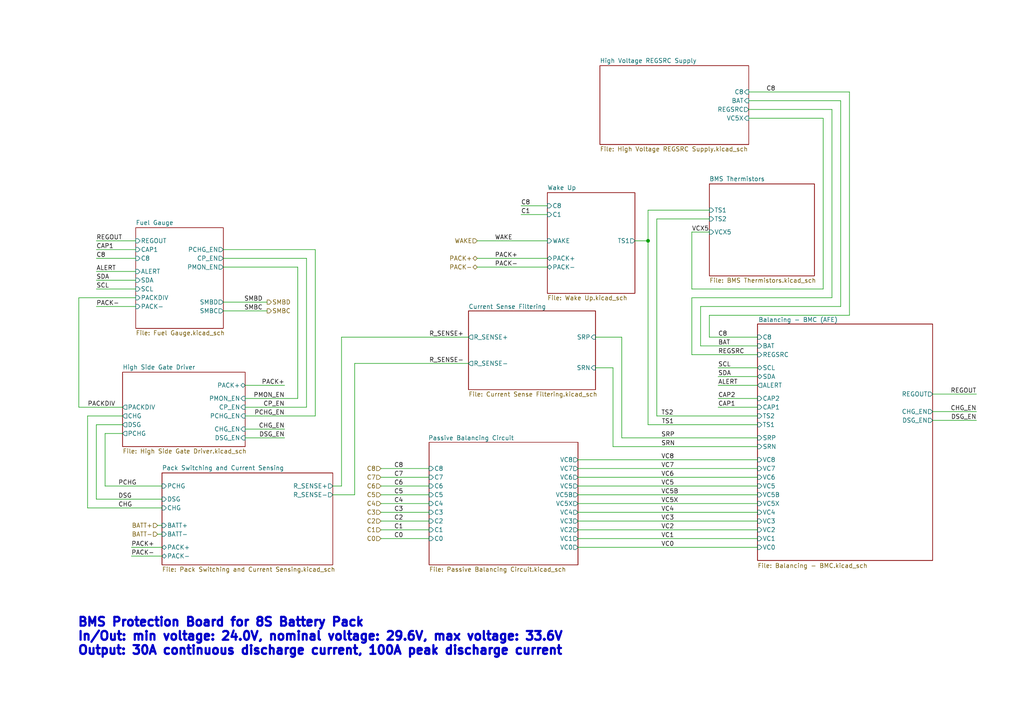
<source format=kicad_sch>
(kicad_sch
	(version 20250114)
	(generator "eeschema")
	(generator_version "9.0")
	(uuid "2d0cda63-d5d8-4122-9db3-446b1a236e57")
	(paper "A4")
	(lib_symbols)
	(text "BMS Protection Board for 8S Battery Pack\nIn/Out: min voltage: 24.0 V, nominal voltage: 29.6 V, max voltage: 33.6 V\nOutput: 30A continuous discharge current, 100A peak discharge current"
		(exclude_from_sim no)
		(at 22.352 184.658 0)
		(effects
			(font
				(size 2.54 2.54)
				(thickness 1.524)
				(bold yes)
			)
			(justify left)
		)
		(uuid "bf64b4f0-b1aa-4053-be0b-41c607f9c2f4")
	)
	(junction
		(at 187.96 69.85)
		(diameter 0)
		(color 0 0 0 0)
		(uuid "6c7bcb31-628a-46bc-acaa-cc1e0ad47954")
	)
	(wire
		(pts
			(xy 217.17 26.67) (xy 246.38 26.67)
		)
		(stroke
			(width 0)
			(type default)
		)
		(uuid "00c06e7b-b94d-4c71-8ec2-c133df41bb3b")
	)
	(wire
		(pts
			(xy 27.94 81.28) (xy 39.37 81.28)
		)
		(stroke
			(width 0)
			(type default)
		)
		(uuid "01d1ff31-393b-4db6-bd9c-074b3c13b51f")
	)
	(wire
		(pts
			(xy 167.64 158.75) (xy 219.71 158.75)
		)
		(stroke
			(width 0)
			(type default)
		)
		(uuid "06ffa393-332d-46ff-9d9e-46591b0ec5e7")
	)
	(wire
		(pts
			(xy 180.34 127) (xy 219.71 127)
		)
		(stroke
			(width 0)
			(type default)
		)
		(uuid "09e09de7-9722-4df7-825d-3892f494dae7")
	)
	(wire
		(pts
			(xy 241.3 31.75) (xy 241.3 86.36)
		)
		(stroke
			(width 0)
			(type default)
		)
		(uuid "0a44ce39-805d-4620-9e90-9fd9fda2e84c")
	)
	(wire
		(pts
			(xy 82.55 111.76) (xy 71.12 111.76)
		)
		(stroke
			(width 0)
			(type default)
		)
		(uuid "0af122af-9fdd-4363-8075-949aa6884773")
	)
	(wire
		(pts
			(xy 38.1 158.75) (xy 46.99 158.75)
		)
		(stroke
			(width 0)
			(type default)
		)
		(uuid "11bbc2d5-70d2-48a0-90ac-dc73b6c6d7a4")
	)
	(wire
		(pts
			(xy 208.28 111.76) (xy 219.71 111.76)
		)
		(stroke
			(width 0)
			(type default)
		)
		(uuid "13e5c07f-4243-49e7-bdfa-7e16313c8660")
	)
	(wire
		(pts
			(xy 200.66 102.87) (xy 219.71 102.87)
		)
		(stroke
			(width 0)
			(type default)
		)
		(uuid "15382788-31d8-435d-af07-c9d6e531476e")
	)
	(wire
		(pts
			(xy 71.12 120.65) (xy 91.44 120.65)
		)
		(stroke
			(width 0)
			(type default)
		)
		(uuid "17a9435c-bcb9-4f2a-89c3-9f845bdf9fd2")
	)
	(wire
		(pts
			(xy 110.49 135.89) (xy 124.46 135.89)
		)
		(stroke
			(width 0)
			(type default)
		)
		(uuid "17f43c8a-dcf2-4009-98ae-29bcfd1e9537")
	)
	(wire
		(pts
			(xy 110.49 138.43) (xy 124.46 138.43)
		)
		(stroke
			(width 0)
			(type default)
		)
		(uuid "18a1ed0b-e0da-4bfd-bc82-c4cffad5466d")
	)
	(wire
		(pts
			(xy 190.5 120.65) (xy 219.71 120.65)
		)
		(stroke
			(width 0)
			(type default)
		)
		(uuid "213ddb9b-582b-44bb-b8e0-3276fabdeb5d")
	)
	(wire
		(pts
			(xy 187.96 69.85) (xy 187.96 123.19)
		)
		(stroke
			(width 0)
			(type default)
		)
		(uuid "21558633-6f9a-4545-a273-8d74264088d2")
	)
	(wire
		(pts
			(xy 205.74 91.44) (xy 205.74 97.79)
		)
		(stroke
			(width 0)
			(type default)
		)
		(uuid "23d33f93-fab4-4bf1-9fd6-c905be6671de")
	)
	(wire
		(pts
			(xy 217.17 34.29) (xy 238.76 34.29)
		)
		(stroke
			(width 0)
			(type default)
		)
		(uuid "25dca407-dc27-48cb-8291-e7b21c56c061")
	)
	(wire
		(pts
			(xy 167.64 138.43) (xy 219.71 138.43)
		)
		(stroke
			(width 0)
			(type default)
		)
		(uuid "2a535e72-d573-429d-ab83-9ee60cce82c1")
	)
	(wire
		(pts
			(xy 82.55 124.46) (xy 71.12 124.46)
		)
		(stroke
			(width 0)
			(type default)
		)
		(uuid "2ab6c6c8-48d5-482d-aa4b-84ddb5d326b0")
	)
	(wire
		(pts
			(xy 110.49 143.51) (xy 124.46 143.51)
		)
		(stroke
			(width 0)
			(type default)
		)
		(uuid "2c54612e-58c1-4697-b5a6-7150c6e444aa")
	)
	(wire
		(pts
			(xy 86.36 115.57) (xy 86.36 77.47)
		)
		(stroke
			(width 0)
			(type default)
		)
		(uuid "2faca488-85c1-4bdb-b059-2259cb207434")
	)
	(wire
		(pts
			(xy 138.43 69.85) (xy 158.75 69.85)
		)
		(stroke
			(width 0)
			(type default)
		)
		(uuid "2fcd09f3-757a-4a82-9e54-11a002fd9c64")
	)
	(wire
		(pts
			(xy 208.28 106.68) (xy 219.71 106.68)
		)
		(stroke
			(width 0)
			(type default)
		)
		(uuid "303830df-4141-4fb9-8978-543c24dbd5fb")
	)
	(wire
		(pts
			(xy 200.66 83.82) (xy 238.76 83.82)
		)
		(stroke
			(width 0)
			(type default)
		)
		(uuid "308bc9c5-219d-44a4-8fc7-e0d3f873cf65")
	)
	(wire
		(pts
			(xy 200.66 86.36) (xy 200.66 102.87)
		)
		(stroke
			(width 0)
			(type default)
		)
		(uuid "332d4b86-b795-463b-b1ec-fb7dcff6c9b3")
	)
	(wire
		(pts
			(xy 110.49 151.13) (xy 124.46 151.13)
		)
		(stroke
			(width 0)
			(type default)
		)
		(uuid "3371edfb-a881-4068-a9f6-05f350dcbad9")
	)
	(wire
		(pts
			(xy 138.43 77.47) (xy 158.75 77.47)
		)
		(stroke
			(width 0)
			(type default)
		)
		(uuid "341c7733-44ce-44ef-aa9e-9d3c1a921fa8")
	)
	(wire
		(pts
			(xy 25.4 120.65) (xy 35.56 120.65)
		)
		(stroke
			(width 0)
			(type default)
		)
		(uuid "353bc9ed-1401-4720-9c73-1bfca8face13")
	)
	(wire
		(pts
			(xy 38.1 161.29) (xy 46.99 161.29)
		)
		(stroke
			(width 0)
			(type default)
		)
		(uuid "38005a69-c1e6-4e49-96ec-e0280fc37951")
	)
	(wire
		(pts
			(xy 217.17 31.75) (xy 241.3 31.75)
		)
		(stroke
			(width 0)
			(type default)
		)
		(uuid "3b546e25-9168-4a11-9e98-74f95ad0e5d4")
	)
	(wire
		(pts
			(xy 102.87 105.41) (xy 135.89 105.41)
		)
		(stroke
			(width 0)
			(type default)
		)
		(uuid "3ee98ca0-0fed-45d7-bf66-85c248175be8")
	)
	(wire
		(pts
			(xy 217.17 29.21) (xy 243.84 29.21)
		)
		(stroke
			(width 0)
			(type default)
		)
		(uuid "41388fcc-28a8-4117-b11d-effb65beb97d")
	)
	(wire
		(pts
			(xy 187.96 123.19) (xy 219.71 123.19)
		)
		(stroke
			(width 0)
			(type default)
		)
		(uuid "41da6f83-ef9b-4e25-abd9-7f415ab820f6")
	)
	(wire
		(pts
			(xy 110.49 153.67) (xy 124.46 153.67)
		)
		(stroke
			(width 0)
			(type default)
		)
		(uuid "427b76f9-5870-4217-93b4-25a79204c428")
	)
	(wire
		(pts
			(xy 208.28 115.57) (xy 219.71 115.57)
		)
		(stroke
			(width 0)
			(type default)
		)
		(uuid "4ede153d-c870-4317-bcd2-68087a924d2c")
	)
	(wire
		(pts
			(xy 91.44 120.65) (xy 91.44 72.39)
		)
		(stroke
			(width 0)
			(type default)
		)
		(uuid "520caa0b-2633-44b6-995f-f62d3732cbe3")
	)
	(wire
		(pts
			(xy 205.74 97.79) (xy 219.71 97.79)
		)
		(stroke
			(width 0)
			(type default)
		)
		(uuid "59f1fecd-3da7-4465-b24e-a750b71fb4c7")
	)
	(wire
		(pts
			(xy 167.64 135.89) (xy 219.71 135.89)
		)
		(stroke
			(width 0)
			(type default)
		)
		(uuid "5afc1fb4-60dc-467f-9c46-fcd0f3c34e7a")
	)
	(wire
		(pts
			(xy 96.52 143.51) (xy 102.87 143.51)
		)
		(stroke
			(width 0)
			(type default)
		)
		(uuid "5b67446e-b079-45f7-a409-efde25b6dbc9")
	)
	(wire
		(pts
			(xy 25.4 147.32) (xy 46.99 147.32)
		)
		(stroke
			(width 0)
			(type default)
		)
		(uuid "5cb109b3-0208-4a26-a066-dfee57170683")
	)
	(wire
		(pts
			(xy 151.13 62.23) (xy 158.75 62.23)
		)
		(stroke
			(width 0)
			(type default)
		)
		(uuid "602bcaa3-36fe-4bac-a3a5-d3ae1f49b3af")
	)
	(wire
		(pts
			(xy 27.94 83.82) (xy 39.37 83.82)
		)
		(stroke
			(width 0)
			(type default)
		)
		(uuid "622325ec-dfcc-436d-b60e-03c7c2b80f9c")
	)
	(wire
		(pts
			(xy 110.49 140.97) (xy 124.46 140.97)
		)
		(stroke
			(width 0)
			(type default)
		)
		(uuid "639a855f-935e-4e3c-90c7-6e0ac55d16fa")
	)
	(wire
		(pts
			(xy 200.66 67.31) (xy 205.74 67.31)
		)
		(stroke
			(width 0)
			(type default)
		)
		(uuid "63bd07e0-1633-4f79-b6b9-84d519c9330b")
	)
	(wire
		(pts
			(xy 187.96 60.96) (xy 205.74 60.96)
		)
		(stroke
			(width 0)
			(type default)
		)
		(uuid "63fb5368-0476-429c-afaa-5cdf62f9ec55")
	)
	(wire
		(pts
			(xy 138.43 74.93) (xy 158.75 74.93)
		)
		(stroke
			(width 0)
			(type default)
		)
		(uuid "666d4b1a-ee6a-4ad7-a38e-c31aee056979")
	)
	(wire
		(pts
			(xy 238.76 34.29) (xy 238.76 83.82)
		)
		(stroke
			(width 0)
			(type default)
		)
		(uuid "680f9712-19a7-48ed-b54a-0ab45b7408fc")
	)
	(wire
		(pts
			(xy 208.28 109.22) (xy 219.71 109.22)
		)
		(stroke
			(width 0)
			(type default)
		)
		(uuid "69ec405d-3949-4e4f-922b-6be1b422653c")
	)
	(wire
		(pts
			(xy 200.66 86.36) (xy 241.3 86.36)
		)
		(stroke
			(width 0)
			(type default)
		)
		(uuid "6bbf1853-6926-4cbf-89ad-476bd3c254f0")
	)
	(wire
		(pts
			(xy 167.64 133.35) (xy 219.71 133.35)
		)
		(stroke
			(width 0)
			(type default)
		)
		(uuid "6d243304-0cab-4b7f-838e-4ab09b3fcb3e")
	)
	(wire
		(pts
			(xy 64.77 90.17) (xy 77.47 90.17)
		)
		(stroke
			(width 0)
			(type default)
		)
		(uuid "6d6f590a-3f91-4fa6-80a1-45eb2512de38")
	)
	(wire
		(pts
			(xy 25.4 120.65) (xy 25.4 147.32)
		)
		(stroke
			(width 0)
			(type default)
		)
		(uuid "71cb8306-c17d-4f94-b0b0-0086825afbfb")
	)
	(wire
		(pts
			(xy 27.94 144.78) (xy 46.99 144.78)
		)
		(stroke
			(width 0)
			(type default)
		)
		(uuid "72b0914e-3b8f-48a0-8734-fc7184b699ea")
	)
	(wire
		(pts
			(xy 45.72 152.4) (xy 46.99 152.4)
		)
		(stroke
			(width 0)
			(type default)
		)
		(uuid "7423a05a-4394-4a1c-8efb-ef31d8b65f43")
	)
	(wire
		(pts
			(xy 187.96 60.96) (xy 187.96 69.85)
		)
		(stroke
			(width 0)
			(type default)
		)
		(uuid "77479926-dfef-44d8-9086-e7f993248b0f")
	)
	(wire
		(pts
			(xy 64.77 77.47) (xy 86.36 77.47)
		)
		(stroke
			(width 0)
			(type default)
		)
		(uuid "7be200db-68b8-48a0-ade1-0f2feac4f41e")
	)
	(wire
		(pts
			(xy 30.48 125.73) (xy 30.48 140.97)
		)
		(stroke
			(width 0)
			(type default)
		)
		(uuid "7d24f807-920d-40e9-9e79-e37b8ad88f58")
	)
	(wire
		(pts
			(xy 30.48 125.73) (xy 35.56 125.73)
		)
		(stroke
			(width 0)
			(type default)
		)
		(uuid "80bbd5d1-5d4d-44f1-8128-29a05bdd1af0")
	)
	(wire
		(pts
			(xy 270.51 114.3) (xy 283.21 114.3)
		)
		(stroke
			(width 0)
			(type default)
		)
		(uuid "88694a1f-638b-4ebe-be65-e13d6d0284b1")
	)
	(wire
		(pts
			(xy 71.12 118.11) (xy 88.9 118.11)
		)
		(stroke
			(width 0)
			(type default)
		)
		(uuid "8c9ce8b6-410d-4346-91b0-7a75d449a693")
	)
	(wire
		(pts
			(xy 270.51 119.38) (xy 283.21 119.38)
		)
		(stroke
			(width 0)
			(type default)
		)
		(uuid "8e6743f2-5035-4601-817d-c99d36961a08")
	)
	(wire
		(pts
			(xy 177.8 129.54) (xy 219.71 129.54)
		)
		(stroke
			(width 0)
			(type default)
		)
		(uuid "8f6e13a5-9185-422c-9f7c-12e8f8dbe2e9")
	)
	(wire
		(pts
			(xy 27.94 78.74) (xy 39.37 78.74)
		)
		(stroke
			(width 0)
			(type default)
		)
		(uuid "9105a0a8-27be-481e-a191-d0fb42a9362f")
	)
	(wire
		(pts
			(xy 203.2 88.9) (xy 243.84 88.9)
		)
		(stroke
			(width 0)
			(type default)
		)
		(uuid "965da139-07e0-4ff9-9449-88fa95841e5a")
	)
	(wire
		(pts
			(xy 110.49 146.05) (xy 124.46 146.05)
		)
		(stroke
			(width 0)
			(type default)
		)
		(uuid "968f28fd-ba4b-49db-a4d2-9a19d2558335")
	)
	(wire
		(pts
			(xy 151.13 59.69) (xy 158.75 59.69)
		)
		(stroke
			(width 0)
			(type default)
		)
		(uuid "97d38a6d-5470-4b6b-96c0-460acee2495e")
	)
	(wire
		(pts
			(xy 27.94 123.19) (xy 35.56 123.19)
		)
		(stroke
			(width 0)
			(type default)
		)
		(uuid "9802f220-5345-4b88-8c0b-3b7b07f1ac8a")
	)
	(wire
		(pts
			(xy 190.5 63.5) (xy 205.74 63.5)
		)
		(stroke
			(width 0)
			(type default)
		)
		(uuid "99c77b1f-90e2-40f1-99d5-0373741c608a")
	)
	(wire
		(pts
			(xy 22.86 118.11) (xy 22.86 86.36)
		)
		(stroke
			(width 0)
			(type default)
		)
		(uuid "9b1bd386-cc55-4cb4-81b6-9c23d60718bc")
	)
	(wire
		(pts
			(xy 99.06 97.79) (xy 135.89 97.79)
		)
		(stroke
			(width 0)
			(type default)
		)
		(uuid "9b5842c1-7cd7-48f5-ba1f-0eb06d31eafe")
	)
	(wire
		(pts
			(xy 208.28 118.11) (xy 219.71 118.11)
		)
		(stroke
			(width 0)
			(type default)
		)
		(uuid "9fe528a1-6ea7-42ce-be9a-744823b1361b")
	)
	(wire
		(pts
			(xy 243.84 29.21) (xy 243.84 88.9)
		)
		(stroke
			(width 0)
			(type default)
		)
		(uuid "a036a408-f39f-4a0c-bdf6-cddd76c2c635")
	)
	(wire
		(pts
			(xy 22.86 86.36) (xy 39.37 86.36)
		)
		(stroke
			(width 0)
			(type default)
		)
		(uuid "a31492e3-a362-4c4d-977f-6e79a4672fe1")
	)
	(wire
		(pts
			(xy 82.55 127) (xy 71.12 127)
		)
		(stroke
			(width 0)
			(type default)
		)
		(uuid "a8444209-2aa7-4137-a050-ef6b7c7bc438")
	)
	(wire
		(pts
			(xy 246.38 26.67) (xy 246.38 91.44)
		)
		(stroke
			(width 0)
			(type default)
		)
		(uuid "aa044839-559d-4747-8236-1b18cdffaeac")
	)
	(wire
		(pts
			(xy 64.77 72.39) (xy 91.44 72.39)
		)
		(stroke
			(width 0)
			(type default)
		)
		(uuid "ad9a3474-37a7-435c-8294-bce0d68f2293")
	)
	(wire
		(pts
			(xy 45.72 154.94) (xy 46.99 154.94)
		)
		(stroke
			(width 0)
			(type default)
		)
		(uuid "b27c8901-15b8-4116-bcab-8bf5a8a7dcd9")
	)
	(wire
		(pts
			(xy 27.94 72.39) (xy 39.37 72.39)
		)
		(stroke
			(width 0)
			(type default)
		)
		(uuid "b2e43d15-8950-420e-88be-14fa7f81e656")
	)
	(wire
		(pts
			(xy 102.87 105.41) (xy 102.87 143.51)
		)
		(stroke
			(width 0)
			(type default)
		)
		(uuid "b91e95a1-66ca-40fb-a834-547514796f7b")
	)
	(wire
		(pts
			(xy 167.64 156.21) (xy 219.71 156.21)
		)
		(stroke
			(width 0)
			(type default)
		)
		(uuid "ba9d755d-66a2-4278-98fd-5970918f8229")
	)
	(wire
		(pts
			(xy 88.9 118.11) (xy 88.9 74.93)
		)
		(stroke
			(width 0)
			(type default)
		)
		(uuid "c1a4256f-9f81-433b-ab37-22281138cc6f")
	)
	(wire
		(pts
			(xy 167.64 143.51) (xy 219.71 143.51)
		)
		(stroke
			(width 0)
			(type default)
		)
		(uuid "c1decdeb-c249-4c2c-955f-c35e915dd651")
	)
	(wire
		(pts
			(xy 110.49 148.59) (xy 124.46 148.59)
		)
		(stroke
			(width 0)
			(type default)
		)
		(uuid "c1e6de49-e4a9-4279-a0e0-8bca6afbcc94")
	)
	(wire
		(pts
			(xy 71.12 115.57) (xy 86.36 115.57)
		)
		(stroke
			(width 0)
			(type default)
		)
		(uuid "c36027b4-0234-43cc-a49c-eae8fc9fc417")
	)
	(wire
		(pts
			(xy 27.94 123.19) (xy 27.94 144.78)
		)
		(stroke
			(width 0)
			(type default)
		)
		(uuid "c9323e5d-3463-4844-94ca-89be412ec59a")
	)
	(wire
		(pts
			(xy 64.77 74.93) (xy 88.9 74.93)
		)
		(stroke
			(width 0)
			(type default)
		)
		(uuid "cbb0c0e4-0501-4475-a048-875446418794")
	)
	(wire
		(pts
			(xy 27.94 88.9) (xy 39.37 88.9)
		)
		(stroke
			(width 0)
			(type default)
		)
		(uuid "ccd61d63-6cf7-4e2f-b777-f6fbe5509647")
	)
	(wire
		(pts
			(xy 167.64 151.13) (xy 219.71 151.13)
		)
		(stroke
			(width 0)
			(type default)
		)
		(uuid "d594cc16-b4b3-47a3-b4a8-2ae5d635ff05")
	)
	(wire
		(pts
			(xy 177.8 106.68) (xy 177.8 129.54)
		)
		(stroke
			(width 0)
			(type default)
		)
		(uuid "dcc1eb4d-8e47-4b01-bc51-2ec61da9873a")
	)
	(wire
		(pts
			(xy 270.51 121.92) (xy 283.21 121.92)
		)
		(stroke
			(width 0)
			(type default)
		)
		(uuid "dd450630-7eeb-4134-aead-ae439e946140")
	)
	(wire
		(pts
			(xy 203.2 88.9) (xy 203.2 100.33)
		)
		(stroke
			(width 0)
			(type default)
		)
		(uuid "dddcc34b-510a-4c6c-a950-ff3c8a584cc4")
	)
	(wire
		(pts
			(xy 96.52 140.97) (xy 99.06 140.97)
		)
		(stroke
			(width 0)
			(type default)
		)
		(uuid "df4be54e-752c-44eb-832c-d2b432759216")
	)
	(wire
		(pts
			(xy 180.34 97.79) (xy 180.34 127)
		)
		(stroke
			(width 0)
			(type default)
		)
		(uuid "e02af7e5-3563-4ab1-b825-a680a9447245")
	)
	(wire
		(pts
			(xy 184.15 69.85) (xy 187.96 69.85)
		)
		(stroke
			(width 0)
			(type default)
		)
		(uuid "e0da9103-dad3-4426-9c14-4628f38a40fb")
	)
	(wire
		(pts
			(xy 167.64 146.05) (xy 219.71 146.05)
		)
		(stroke
			(width 0)
			(type default)
		)
		(uuid "e14a90e3-a250-4044-bc47-ab85e00e63cb")
	)
	(wire
		(pts
			(xy 172.72 106.68) (xy 177.8 106.68)
		)
		(stroke
			(width 0)
			(type default)
		)
		(uuid "e344adcd-d046-460f-966c-151909aee271")
	)
	(wire
		(pts
			(xy 30.48 140.97) (xy 46.99 140.97)
		)
		(stroke
			(width 0)
			(type default)
		)
		(uuid "e5609089-15d7-4b6c-95b4-38359f2e053a")
	)
	(wire
		(pts
			(xy 190.5 63.5) (xy 190.5 120.65)
		)
		(stroke
			(width 0)
			(type default)
		)
		(uuid "e689bfae-b0c3-487b-9530-a94ab9edf7f3")
	)
	(wire
		(pts
			(xy 22.86 118.11) (xy 35.56 118.11)
		)
		(stroke
			(width 0)
			(type default)
		)
		(uuid "e70075d3-4ad6-4383-afcf-5e27957f488c")
	)
	(wire
		(pts
			(xy 39.37 69.85) (xy 27.94 69.85)
		)
		(stroke
			(width 0)
			(type default)
		)
		(uuid "e82f7e75-a230-4fcf-9a58-84fc3632ca4b")
	)
	(wire
		(pts
			(xy 99.06 140.97) (xy 99.06 97.79)
		)
		(stroke
			(width 0)
			(type default)
		)
		(uuid "e9f9d0ce-db69-4140-9ea7-e1543098f867")
	)
	(wire
		(pts
			(xy 167.64 153.67) (xy 219.71 153.67)
		)
		(stroke
			(width 0)
			(type default)
		)
		(uuid "eb65f0bf-7c8d-475a-9b71-1b12c202d51d")
	)
	(wire
		(pts
			(xy 167.64 148.59) (xy 219.71 148.59)
		)
		(stroke
			(width 0)
			(type default)
		)
		(uuid "ecc15967-80b1-414b-a9d6-335681de0135")
	)
	(wire
		(pts
			(xy 172.72 97.79) (xy 180.34 97.79)
		)
		(stroke
			(width 0)
			(type default)
		)
		(uuid "f0ce9a6d-237b-4c3c-bef6-6c54a3caa2f3")
	)
	(wire
		(pts
			(xy 167.64 140.97) (xy 219.71 140.97)
		)
		(stroke
			(width 0)
			(type default)
		)
		(uuid "f398393b-bf13-4888-be4f-95c1df97f2ee")
	)
	(wire
		(pts
			(xy 64.77 87.63) (xy 77.47 87.63)
		)
		(stroke
			(width 0)
			(type default)
		)
		(uuid "f4a2de5d-be0a-428f-b9e0-b3c0ebb1dee4")
	)
	(wire
		(pts
			(xy 27.94 74.93) (xy 39.37 74.93)
		)
		(stroke
			(width 0)
			(type default)
		)
		(uuid "f53c94e7-74fe-47f5-bc6c-2485bd18e05f")
	)
	(wire
		(pts
			(xy 203.2 100.33) (xy 219.71 100.33)
		)
		(stroke
			(width 0)
			(type default)
		)
		(uuid "f83d4199-5740-4973-a94d-4a05d920fd36")
	)
	(wire
		(pts
			(xy 200.66 67.31) (xy 200.66 83.82)
		)
		(stroke
			(width 0)
			(type default)
		)
		(uuid "fa33b69b-7294-4a77-9dbc-46c7f11a9d04")
	)
	(wire
		(pts
			(xy 110.49 156.21) (xy 124.46 156.21)
		)
		(stroke
			(width 0)
			(type default)
		)
		(uuid "fcf2e566-919e-4481-9182-bfea04bbb68c")
	)
	(wire
		(pts
			(xy 205.74 91.44) (xy 246.38 91.44)
		)
		(stroke
			(width 0)
			(type default)
		)
		(uuid "fd974a32-d804-4a86-bc7d-4c772fd1862e")
	)
	(polyline
		(pts
			(xy 113.03 252.73) (xy 113.03 252.73)
		)
		(stroke
			(width 0.3048)
			(type dash_dot_dot)
		)
		(uuid "fef83ada-1eca-45cc-a8e0-c51419b71fef")
	)
	(label "WAKE"
		(at 143.51 69.85 0)
		(effects
			(font
				(size 1.27 1.27)
			)
			(justify left bottom)
		)
		(uuid "0d637e76-e2ab-48ef-9c24-6cf2ee85e4d3")
	)
	(label "DSG_EN"
		(at 283.21 121.92 180)
		(effects
			(font
				(size 1.27 1.27)
			)
			(justify right bottom)
		)
		(uuid "10cc8e7c-cd19-46d5-b1f0-9ae452039d27")
	)
	(label "C3"
		(at 114.3 148.59 0)
		(effects
			(font
				(size 1.27 1.27)
			)
			(justify left bottom)
		)
		(uuid "1cc14c17-fa52-4b65-896b-c314b4ec2cbd")
	)
	(label "C1"
		(at 114.3 153.67 0)
		(effects
			(font
				(size 1.27 1.27)
			)
			(justify left bottom)
		)
		(uuid "1eb9ff26-a2f8-4466-b71b-4fc556a5e34c")
	)
	(label "REGOUT"
		(at 27.94 69.85 0)
		(effects
			(font
				(size 1.27 1.27)
			)
			(justify left bottom)
		)
		(uuid "229e5112-6be6-4f20-aa1b-602f01d21725")
	)
	(label "CHG"
		(at 34.29 147.32 0)
		(effects
			(font
				(size 1.27 1.27)
			)
			(justify left bottom)
		)
		(uuid "29f5aba7-a22e-489a-971a-76893d9547c9")
	)
	(label "C7"
		(at 114.3 138.43 0)
		(effects
			(font
				(size 1.27 1.27)
			)
			(justify left bottom)
		)
		(uuid "2cfcff14-b2b6-42db-b297-183870483f65")
	)
	(label "PCHG"
		(at 34.29 140.97 0)
		(effects
			(font
				(size 1.27 1.27)
			)
			(justify left bottom)
		)
		(uuid "35a1c29f-6362-4916-ba1e-9150d60665f8")
	)
	(label "DSG_EN"
		(at 82.55 127 180)
		(effects
			(font
				(size 1.27 1.27)
			)
			(justify right bottom)
		)
		(uuid "374f7cbf-53ce-47cd-adc4-05395a4f5cdc")
	)
	(label "PACK+"
		(at 82.55 111.76 180)
		(effects
			(font
				(size 1.27 1.27)
			)
			(justify right bottom)
		)
		(uuid "3f9b1370-1bac-4afc-afe1-2e4b2c610fbb")
	)
	(label "C8"
		(at 151.13 59.69 0)
		(effects
			(font
				(size 1.27 1.27)
			)
			(justify left bottom)
		)
		(uuid "4070b0c5-8df7-4c86-8993-f95adf123486")
	)
	(label "VC2"
		(at 191.77 153.67 0)
		(effects
			(font
				(size 1.27 1.27)
			)
			(justify left bottom)
		)
		(uuid "4359e2ed-7f2a-452b-83ec-27d567fe3031")
	)
	(label "VC6"
		(at 191.77 138.43 0)
		(effects
			(font
				(size 1.27 1.27)
			)
			(justify left bottom)
		)
		(uuid "455f6239-a37c-4f00-8a1f-5e3fc6fd2ec8")
	)
	(label "PACK-"
		(at 27.94 88.9 0)
		(effects
			(font
				(size 1.27 1.27)
			)
			(justify left bottom)
		)
		(uuid "4c637a82-2c04-4d57-8bac-cda6fd45cf7b")
	)
	(label "VC1"
		(at 191.77 156.21 0)
		(effects
			(font
				(size 1.27 1.27)
			)
			(justify left bottom)
		)
		(uuid "4c73f892-297b-4550-880a-b53017bd726f")
	)
	(label "SRP"
		(at 191.77 127 0)
		(effects
			(font
				(size 1.27 1.27)
			)
			(justify left bottom)
		)
		(uuid "4e7092c5-60c1-4ec9-8ac1-2855b339ed93")
	)
	(label "C8"
		(at 222.25 26.67 0)
		(effects
			(font
				(size 1.27 1.27)
			)
			(justify left bottom)
		)
		(uuid "52268052-c078-40e4-937c-96cc05baad0b")
	)
	(label "PACK-"
		(at 38.1 161.29 0)
		(effects
			(font
				(size 1.27 1.27)
			)
			(justify left bottom)
		)
		(uuid "57030d83-646d-4d82-8125-4edd5e949f39")
	)
	(label "SDA"
		(at 27.94 81.28 0)
		(effects
			(font
				(size 1.27 1.27)
			)
			(justify left bottom)
		)
		(uuid "5b9940ac-6c3f-4dca-89f2-47265c2bfeef")
	)
	(label "SMBC"
		(at 76.2 90.17 180)
		(effects
			(font
				(size 1.27 1.27)
			)
			(justify right bottom)
		)
		(uuid "5ebd2e66-886f-4403-b09f-d2ecadd27226")
	)
	(label "SMBD"
		(at 76.2 87.63 180)
		(effects
			(font
				(size 1.27 1.27)
			)
			(justify right bottom)
		)
		(uuid "5ed75f22-52dc-4089-9ad4-e5f670040699")
	)
	(label "ALERT"
		(at 208.28 111.76 0)
		(effects
			(font
				(size 1.27 1.27)
			)
			(justify left bottom)
		)
		(uuid "612fbeaa-df0c-4554-94dd-0aa43fe3279e")
	)
	(label "PACK-"
		(at 143.51 77.47 0)
		(effects
			(font
				(size 1.27 1.27)
			)
			(justify left bottom)
		)
		(uuid "66d23629-886a-45ec-ac5c-ef83f953f42b")
	)
	(label "C4"
		(at 114.3 146.05 0)
		(effects
			(font
				(size 1.27 1.27)
			)
			(justify left bottom)
		)
		(uuid "66d5ea92-3152-41d3-9bac-3a95d2c106cc")
	)
	(label "VC0"
		(at 191.77 158.75 0)
		(effects
			(font
				(size 1.27 1.27)
			)
			(justify left bottom)
		)
		(uuid "6fd1aef5-a555-49fc-852a-2ace9bcce116")
	)
	(label "VC3"
		(at 191.77 151.13 0)
		(effects
			(font
				(size 1.27 1.27)
			)
			(justify left bottom)
		)
		(uuid "73d4e31d-dc38-4648-8f29-d021f5a4fd79")
	)
	(label "ALERT"
		(at 27.94 78.74 0)
		(effects
			(font
				(size 1.27 1.27)
			)
			(justify left bottom)
		)
		(uuid "746e34be-c8a5-46ab-a1bf-89b690896eb2")
	)
	(label "C8"
		(at 27.94 74.93 0)
		(effects
			(font
				(size 1.27 1.27)
			)
			(justify left bottom)
		)
		(uuid "80504beb-6720-44e8-95e1-54656e271054")
	)
	(label "R_SENSE+"
		(at 124.46 97.79 0)
		(effects
			(font
				(size 1.27 1.27)
			)
			(justify left bottom)
		)
		(uuid "826acd41-6f38-485b-b961-3273fe17a998")
	)
	(label "C8"
		(at 114.3 135.89 0)
		(effects
			(font
				(size 1.27 1.27)
			)
			(justify left bottom)
		)
		(uuid "8369bc02-c46a-4090-9269-7de7a0792eda")
	)
	(label "SDA"
		(at 208.28 109.22 0)
		(effects
			(font
				(size 1.27 1.27)
			)
			(justify left bottom)
		)
		(uuid "8d14066c-0fcd-4cd4-9e92-ed3f890270df")
	)
	(label "VC5"
		(at 191.77 140.97 0)
		(effects
			(font
				(size 1.27 1.27)
			)
			(justify left bottom)
		)
		(uuid "8d95753d-b56e-4baa-9dea-ba17e808e33c")
	)
	(label "VC4"
		(at 191.77 148.59 0)
		(effects
			(font
				(size 1.27 1.27)
			)
			(justify left bottom)
		)
		(uuid "8faeb960-df70-42af-bfd8-d73b4094b739")
	)
	(label "PMON_EN"
		(at 82.55 115.57 180)
		(effects
			(font
				(size 1.27 1.27)
			)
			(justify right bottom)
		)
		(uuid "922cd967-78b5-40f5-ad98-756e8db17baf")
	)
	(label "DSG"
		(at 34.29 144.78 0)
		(effects
			(font
				(size 1.27 1.27)
			)
			(justify left bottom)
		)
		(uuid "94b415f4-3b8a-4907-abd2-8db0067cfcfc")
	)
	(label "PCHG_EN"
		(at 82.55 120.65 180)
		(effects
			(font
				(size 1.27 1.27)
			)
			(justify right bottom)
		)
		(uuid "95ac3743-7af2-49e6-a410-6f2f52298fe4")
	)
	(label "CHG_EN"
		(at 82.55 124.46 180)
		(effects
			(font
				(size 1.27 1.27)
			)
			(justify right bottom)
		)
		(uuid "966faaab-b808-424b-b89c-c952fdf6b249")
	)
	(label "BAT"
		(at 208.28 100.33 0)
		(effects
			(font
				(size 1.27 1.27)
			)
			(justify left bottom)
		)
		(uuid "9aa355e9-362e-40da-9f1c-24203cdd4a7b")
	)
	(label "VCX5"
		(at 200.66 67.31 0)
		(effects
			(font
				(size 1.27 1.27)
			)
			(justify left bottom)
		)
		(uuid "a7283e5f-62a5-4ac2-b2d0-14599d40cba0")
	)
	(label "C1"
		(at 151.13 62.23 0)
		(effects
			(font
				(size 1.27 1.27)
			)
			(justify left bottom)
		)
		(uuid "aa3f4879-057b-4a29-a292-a5595a4c8cda")
	)
	(label "VC5X"
		(at 191.77 146.05 0)
		(effects
			(font
				(size 1.27 1.27)
			)
			(justify left bottom)
		)
		(uuid "abe37fc9-4cb8-49a6-803e-0d7c764b72bb")
	)
	(label "VC8"
		(at 191.77 133.35 0)
		(effects
			(font
				(size 1.27 1.27)
			)
			(justify left bottom)
		)
		(uuid "b5a0ff76-7ffb-4f79-86df-fdb7257dd55f")
	)
	(label "PACK+"
		(at 143.51 74.93 0)
		(effects
			(font
				(size 1.27 1.27)
			)
			(justify left bottom)
		)
		(uuid "ba829687-a920-44ca-ae8f-1e6f62f24e75")
	)
	(label "C2"
		(at 114.3 151.13 0)
		(effects
			(font
				(size 1.27 1.27)
			)
			(justify left bottom)
		)
		(uuid "bb6733e7-0f7e-444e-a7fd-d7552d5bcf19")
	)
	(label "PACK+"
		(at 38.1 158.75 0)
		(effects
			(font
				(size 1.27 1.27)
			)
			(justify left bottom)
		)
		(uuid "bef26cd3-45f4-4766-94b4-2f5d6c800fc9")
	)
	(label "VC7"
		(at 191.77 135.89 0)
		(effects
			(font
				(size 1.27 1.27)
			)
			(justify left bottom)
		)
		(uuid "bef3dd9b-1afc-41bb-ae6d-359a62e7fec5")
	)
	(label "SCL"
		(at 27.94 83.82 0)
		(effects
			(font
				(size 1.27 1.27)
			)
			(justify left bottom)
		)
		(uuid "c23b65f6-f9e2-4de3-aba1-40ddde708131")
	)
	(label "CAP1"
		(at 208.28 118.11 0)
		(effects
			(font
				(size 1.27 1.27)
			)
			(justify left bottom)
		)
		(uuid "c5b7a932-aa80-453b-bf9b-9508757315de")
	)
	(label "R_SENSE-"
		(at 124.46 105.41 0)
		(effects
			(font
				(size 1.27 1.27)
			)
			(justify left bottom)
		)
		(uuid "c7ca3bc8-fbb2-4920-bdcd-01189105fd2b")
	)
	(label "REGOUT"
		(at 283.21 114.3 180)
		(effects
			(font
				(size 1.27 1.27)
			)
			(justify right bottom)
		)
		(uuid "ce90dbe4-1a3a-464a-8e92-09f4f73d6d26")
	)
	(label "REGSRC"
		(at 208.28 102.87 0)
		(effects
			(font
				(size 1.27 1.27)
			)
			(justify left bottom)
		)
		(uuid "d23e7915-fdc5-42ff-8a69-c27de684d4bb")
	)
	(label "C5"
		(at 114.3 143.51 0)
		(effects
			(font
				(size 1.27 1.27)
			)
			(justify left bottom)
		)
		(uuid "d61bcd51-6f34-4e9b-b540-77d202ad36ac")
	)
	(label "C0"
		(at 114.3 156.21 0)
		(effects
			(font
				(size 1.27 1.27)
			)
			(justify left bottom)
		)
		(uuid "d6a347b3-55d1-4d68-aeb3-001fbbb42302")
	)
	(label "PACKDIV"
		(at 25.4 118.11 0)
		(effects
			(font
				(size 1.27 1.27)
			)
			(justify left bottom)
		)
		(uuid "d6ab3cdb-7703-4136-a46a-cbe5173ba917")
	)
	(label "TS1"
		(at 191.8937 123.19 0)
		(effects
			(font
				(size 1.27 1.27)
			)
			(justify left bottom)
		)
		(uuid "dba79acf-9404-4ad4-938a-d23bfa0890ef")
	)
	(label "C6"
		(at 114.3 140.97 0)
		(effects
			(font
				(size 1.27 1.27)
			)
			(justify left bottom)
		)
		(uuid "ddc9326f-1c78-4b1d-8f95-900ae9c2a3c0")
	)
	(label "CP_EN"
		(at 82.55 118.11 180)
		(effects
			(font
				(size 1.27 1.27)
			)
			(justify right bottom)
		)
		(uuid "e0d2444f-20d5-4456-b746-9b28db6221a3")
	)
	(label "C8"
		(at 208.28 97.79 0)
		(effects
			(font
				(size 1.27 1.27)
			)
			(justify left bottom)
		)
		(uuid "e1fcd340-c3e9-43ea-a6d6-a4cb90e89b37")
	)
	(label "CHG_EN"
		(at 283.21 119.38 180)
		(effects
			(font
				(size 1.27 1.27)
			)
			(justify right bottom)
		)
		(uuid "e8168fe6-7313-40ef-8c95-b4bf0a08483f")
	)
	(label "SRN"
		(at 191.77 129.54 0)
		(effects
			(font
				(size 1.27 1.27)
			)
			(justify left bottom)
		)
		(uuid "ec1c40b8-720f-4271-8c77-37b075f727c0")
	)
	(label "CAP1"
		(at 27.94 72.39 0)
		(effects
			(font
				(size 1.27 1.27)
			)
			(justify left bottom)
		)
		(uuid "f50ef8a4-a252-427f-8f58-9518ab4c3c3f")
	)
	(label "TS2"
		(at 191.77 120.65 0)
		(effects
			(font
				(size 1.27 1.27)
			)
			(justify left bottom)
		)
		(uuid "f632b10a-e77c-444b-8f04-ffad8b9835b8")
	)
	(label "VC5B"
		(at 191.77 143.51 0)
		(effects
			(font
				(size 1.27 1.27)
			)
			(justify left bottom)
		)
		(uuid "f7c098ee-6913-458c-a8b6-272057476ec7")
	)
	(label "CAP2"
		(at 208.28 115.57 0)
		(effects
			(font
				(size 1.27 1.27)
			)
			(justify left bottom)
		)
		(uuid "f97020ae-1531-4dab-9da0-125f0237d534")
	)
	(label "SCL"
		(at 208.28 106.68 0)
		(effects
			(font
				(size 1.27 1.27)
			)
			(justify left bottom)
		)
		(uuid "fcda4d06-15c0-4aec-8fad-dee9c9fb52d7")
	)
	(hierarchical_label "C6"
		(shape input)
		(at 110.49 140.97 180)
		(effects
			(font
				(size 1.27 1.27)
			)
			(justify right)
		)
		(uuid "070fc7fc-4d68-4f66-a97b-a10f1f733af1")
	)
	(hierarchical_label "SMBD"
		(shape output)
		(at 77.47 87.63 0)
		(effects
			(font
				(size 1.27 1.27)
			)
			(justify left)
		)
		(uuid "11bb447b-c9a5-401f-ad88-085ac45ff978")
	)
	(hierarchical_label "BATT+"
		(shape input)
		(at 45.72 152.4 180)
		(effects
			(font
				(size 1.27 1.27)
			)
			(justify right)
		)
		(uuid "1d6fa47c-a4ca-4f06-b34e-d1364eba4c66")
	)
	(hierarchical_label "PACK-"
		(shape bidirectional)
		(at 138.43 77.47 180)
		(effects
			(font
				(size 1.27 1.27)
			)
			(justify right)
		)
		(uuid "2dafcb50-4bdb-4ed4-ab00-c64ef1786427")
	)
	(hierarchical_label "C4"
		(shape input)
		(at 110.49 146.05 180)
		(effects
			(font
				(size 1.27 1.27)
			)
			(justify right)
		)
		(uuid "321255ea-833c-4903-88e8-5f7a50566b4c")
	)
	(hierarchical_label "C2"
		(shape input)
		(at 110.49 151.13 180)
		(effects
			(font
				(size 1.27 1.27)
			)
			(justify right)
		)
		(uuid "41763438-16af-418b-9892-abf987a684de")
	)
	(hierarchical_label "WAKE"
		(shape input)
		(at 138.43 69.85 180)
		(effects
			(font
				(size 1.27 1.27)
			)
			(justify right)
		)
		(uuid "6c475b79-640d-40e1-bc9a-f96915781b3e")
	)
	(hierarchical_label "SMBC"
		(shape output)
		(at 77.47 90.17 0)
		(effects
			(font
				(size 1.27 1.27)
			)
			(justify left)
		)
		(uuid "6c91b28f-d40f-4748-a8e3-25ef943fd3cc")
	)
	(hierarchical_label "PACK+"
		(shape bidirectional)
		(at 138.43 74.93 180)
		(effects
			(font
				(size 1.27 1.27)
			)
			(justify right)
		)
		(uuid "7e8c3ada-f875-4770-b9cf-665ebc94e414")
	)
	(hierarchical_label "C1"
		(shape input)
		(at 110.49 153.67 180)
		(effects
			(font
				(size 1.27 1.27)
			)
			(justify right)
		)
		(uuid "81ddd3c6-e6a7-4454-834a-ba26eff265db")
	)
	(hierarchical_label "C7"
		(shape input)
		(at 110.49 138.43 180)
		(effects
			(font
				(size 1.27 1.27)
			)
			(justify right)
		)
		(uuid "980c6d44-df7a-47b0-a5b9-0885cd5e22b1")
	)
	(hierarchical_label "C5"
		(shape input)
		(at 110.49 143.51 180)
		(effects
			(font
				(size 1.27 1.27)
			)
			(justify right)
		)
		(uuid "a2ee0a07-19da-46e7-b674-f3c544576c4f")
	)
	(hierarchical_label "C8"
		(shape input)
		(at 110.49 135.89 180)
		(effects
			(font
				(size 1.27 1.27)
			)
			(justify right)
		)
		(uuid "d6318bac-8ba5-44f7-80cc-d6fa8718eb68")
	)
	(hierarchical_label "BATT-"
		(shape input)
		(at 45.72 154.94 180)
		(effects
			(font
				(size 1.27 1.27)
			)
			(justify right)
		)
		(uuid "d7b3dd36-b1ae-4d2e-9117-a0f7760e6006")
	)
	(hierarchical_label "C0"
		(shape input)
		(at 110.49 156.21 180)
		(effects
			(font
				(size 1.27 1.27)
			)
			(justify right)
		)
		(uuid "ec0cd9bf-bbf2-4b0d-a93e-f85943c07e3f")
	)
	(hierarchical_label "C3"
		(shape input)
		(at 110.49 148.59 180)
		(effects
			(font
				(size 1.27 1.27)
			)
			(justify right)
		)
		(uuid "fd722288-eafb-4c47-a6c6-c17a01900c29")
	)
	(sheet
		(at 35.56 107.95)
		(size 35.56 21.59)
		(exclude_from_sim no)
		(in_bom yes)
		(on_board yes)
		(dnp no)
		(fields_autoplaced yes)
		(stroke
			(width 0.1524)
			(type solid)
		)
		(fill
			(color 0 0 0 0.0000)
		)
		(uuid "15d8d2f8-18df-455b-b74e-5d59f69dac44")
		(property "Sheetname" "High Side Gate Driver"
			(at 35.56 107.2384 0)
			(effects
				(font
					(size 1.27 1.27)
				)
				(justify left bottom)
			)
		)
		(property "Sheetfile" "High Side Gate Driver.kicad_sch"
			(at 35.56 130.1246 0)
			(effects
				(font
					(size 1.27 1.27)
				)
				(justify left top)
			)
		)
		(pin "DSG_EN" input
			(at 71.12 127 0)
			(uuid "e27e84a7-ec69-490a-a1d0-d6fcb3c658c4")
			(effects
				(font
					(size 1.27 1.27)
				)
				(justify right)
			)
		)
		(pin "PCHG_EN" input
			(at 71.12 120.65 0)
			(uuid "31ff9e6f-91ce-4dea-8733-8ada4bf3fe88")
			(effects
				(font
					(size 1.27 1.27)
				)
				(justify right)
			)
		)
		(pin "CHG_EN" input
			(at 71.12 124.46 0)
			(uuid "8f7ac44b-f3ae-4eb4-ad7e-f3e9aa10ad90")
			(effects
				(font
					(size 1.27 1.27)
				)
				(justify right)
			)
		)
		(pin "CP_EN" input
			(at 71.12 118.11 0)
			(uuid "980ef3ba-7b65-4a90-b5b7-3135b8557ee0")
			(effects
				(font
					(size 1.27 1.27)
				)
				(justify right)
			)
		)
		(pin "PACK+" bidirectional
			(at 71.12 111.76 0)
			(uuid "bf51130a-8211-420c-bfc9-21cd4cdaa24e")
			(effects
				(font
					(size 1.27 1.27)
				)
				(justify right)
			)
		)
		(pin "DSG" output
			(at 35.56 123.19 180)
			(uuid "a2ef9347-db96-4f25-81be-8bf4e5d8fc4f")
			(effects
				(font
					(size 1.27 1.27)
				)
				(justify left)
			)
		)
		(pin "PCHG" output
			(at 35.56 125.73 180)
			(uuid "7b98cab8-f7bc-4167-b796-6342e2b090a0")
			(effects
				(font
					(size 1.27 1.27)
				)
				(justify left)
			)
		)
		(pin "CHG" output
			(at 35.56 120.65 180)
			(uuid "3d88ec17-c9f2-4ada-aa21-294b27e59e05")
			(effects
				(font
					(size 1.27 1.27)
				)
				(justify left)
			)
		)
		(pin "PMON_EN" input
			(at 71.12 115.57 0)
			(uuid "3659232d-9b2e-4340-a65f-fa5c9d4f94c9")
			(effects
				(font
					(size 1.27 1.27)
				)
				(justify right)
			)
		)
		(pin "PACKDIV" output
			(at 35.56 118.11 180)
			(uuid "10dc4adf-935d-4a38-86eb-2478ff516570")
			(effects
				(font
					(size 1.27 1.27)
				)
				(justify left)
			)
		)
		(instances
			(project "Project-Star"
				(path "/fc8533bc-25dd-4c20-9b4c-ffebebd6739b/e8da5d81-614b-4fe5-84b3-4c351fab7114"
					(page "8")
				)
			)
		)
	)
	(sheet
		(at 124.46 128.27)
		(size 43.18 35.56)
		(exclude_from_sim no)
		(in_bom yes)
		(on_board yes)
		(dnp no)
		(stroke
			(width 0.1524)
			(type solid)
		)
		(fill
			(color 0 0 0 0.0000)
		)
		(uuid "2e07670d-30e4-461b-a69e-227505cf7e3a")
		(property "Sheetname" "Passive Balancing Circuit"
			(at 124.206 127.762 0)
			(effects
				(font
					(size 1.27 1.27)
				)
				(justify left bottom)
			)
		)
		(property "Sheetfile" "Passive Balancing Circuit.kicad_sch"
			(at 124.46 164.4146 0)
			(effects
				(font
					(size 1.27 1.27)
				)
				(justify left top)
			)
		)
		(pin "C5" input
			(at 124.46 143.51 180)
			(uuid "a4f8830a-db71-4605-a8bb-ba0eef1ddd2a")
			(effects
				(font
					(size 1.27 1.27)
				)
				(justify left)
			)
		)
		(pin "C8" input
			(at 124.46 135.89 180)
			(uuid "b690b23f-babd-4449-a3b5-f9bb63c06509")
			(effects
				(font
					(size 1.27 1.27)
				)
				(justify left)
			)
		)
		(pin "C0" input
			(at 124.46 156.21 180)
			(uuid "c8bdea3d-fd6e-41c0-b347-85ebb9a19e30")
			(effects
				(font
					(size 1.27 1.27)
				)
				(justify left)
			)
		)
		(pin "C3" input
			(at 124.46 148.59 180)
			(uuid "1fd8bd90-7803-461f-a0cf-3642764d0414")
			(effects
				(font
					(size 1.27 1.27)
				)
				(justify left)
			)
		)
		(pin "C4" input
			(at 124.46 146.05 180)
			(uuid "684551d6-d6aa-45d3-930d-af6ed533f6a3")
			(effects
				(font
					(size 1.27 1.27)
				)
				(justify left)
			)
		)
		(pin "C2" input
			(at 124.46 151.13 180)
			(uuid "c4a6923d-0c7d-406b-bd83-ba14a27eb208")
			(effects
				(font
					(size 1.27 1.27)
				)
				(justify left)
			)
		)
		(pin "C7" input
			(at 124.46 138.43 180)
			(uuid "7682d006-b0a1-4642-8bdd-281a9bde8b4a")
			(effects
				(font
					(size 1.27 1.27)
				)
				(justify left)
			)
		)
		(pin "C6" input
			(at 124.46 140.97 180)
			(uuid "2a1da042-481a-48c2-b356-c5ffec44dc51")
			(effects
				(font
					(size 1.27 1.27)
				)
				(justify left)
			)
		)
		(pin "C1" input
			(at 124.46 153.67 180)
			(uuid "ee87f578-5d41-42d1-a908-52188a0fcc7f")
			(effects
				(font
					(size 1.27 1.27)
				)
				(justify left)
			)
		)
		(pin "VC7" output
			(at 167.64 135.89 0)
			(uuid "62152bc3-3d61-4969-a6de-a6301638e8c8")
			(effects
				(font
					(size 1.27 1.27)
				)
				(justify right)
			)
		)
		(pin "VC5" output
			(at 167.64 140.97 0)
			(uuid "5173435a-6bf1-406c-8d08-83402ddadd5a")
			(effects
				(font
					(size 1.27 1.27)
				)
				(justify right)
			)
		)
		(pin "VC4" output
			(at 167.64 148.59 0)
			(uuid "73cd5f67-c959-452a-a2f8-7390d2f99aff")
			(effects
				(font
					(size 1.27 1.27)
				)
				(justify right)
			)
		)
		(pin "VC6" output
			(at 167.64 138.43 0)
			(uuid "a005ef47-a9ce-479a-8c5e-42d38f285ffa")
			(effects
				(font
					(size 1.27 1.27)
				)
				(justify right)
			)
		)
		(pin "VC0" output
			(at 167.64 158.75 0)
			(uuid "050573ce-1ed4-462d-ac47-56452d6be642")
			(effects
				(font
					(size 1.27 1.27)
				)
				(justify right)
			)
		)
		(pin "VC5B" output
			(at 167.64 143.51 0)
			(uuid "75f1dd97-e9e6-4e33-8f3e-d486a52315d2")
			(effects
				(font
					(size 1.27 1.27)
				)
				(justify right)
			)
		)
		(pin "VC5X" output
			(at 167.64 146.05 0)
			(uuid "efca7ac2-8d27-4eb3-9ce6-a6634188d103")
			(effects
				(font
					(size 1.27 1.27)
				)
				(justify right)
			)
		)
		(pin "VC3" output
			(at 167.64 151.13 0)
			(uuid "d2e77ef9-2f09-4b02-bef6-ea1dccb7159f")
			(effects
				(font
					(size 1.27 1.27)
				)
				(justify right)
			)
		)
		(pin "VC1" output
			(at 167.64 156.21 0)
			(uuid "e06c90cc-a82b-437b-9003-c58fbee1c928")
			(effects
				(font
					(size 1.27 1.27)
				)
				(justify right)
			)
		)
		(pin "VC2" output
			(at 167.64 153.67 0)
			(uuid "90800fa1-a7cb-475a-8d0d-de5f862f870f")
			(effects
				(font
					(size 1.27 1.27)
				)
				(justify right)
			)
		)
		(pin "VC8" output
			(at 167.64 133.35 0)
			(uuid "88b3867e-8af0-4754-b15e-1eb0edd7ea61")
			(effects
				(font
					(size 1.27 1.27)
				)
				(justify right)
			)
		)
		(instances
			(project "Project-Star"
				(path "/fc8533bc-25dd-4c20-9b4c-ffebebd6739b/e8da5d81-614b-4fe5-84b3-4c351fab7114"
					(page "3")
				)
			)
		)
	)
	(sheet
		(at 219.71 93.98)
		(size 50.8 68.58)
		(exclude_from_sim no)
		(in_bom yes)
		(on_board yes)
		(dnp no)
		(stroke
			(width 0.1524)
			(type solid)
		)
		(fill
			(color 0 0 0 0.0000)
		)
		(uuid "630f7375-f278-4dbb-a8b3-ba91b4ac5d22")
		(property "Sheetname" "Balancing - BMC (AFE)"
			(at 219.964 93.472 0)
			(effects
				(font
					(size 1.27 1.27)
				)
				(justify left bottom)
			)
		)
		(property "Sheetfile" "Balancing - BMC.kicad_sch"
			(at 219.71 163.322 0)
			(effects
				(font
					(size 1.27 1.27)
				)
				(justify left top)
			)
		)
		(pin "VC0" input
			(at 219.71 158.75 180)
			(uuid "27bc554f-6059-4009-8a1d-c7c2f95d6cc0")
			(effects
				(font
					(size 1.27 1.27)
				)
				(justify left)
			)
		)
		(pin "VC1" input
			(at 219.71 156.21 180)
			(uuid "a9e1f3ee-be0d-47ba-9def-ef2bd64adc4b")
			(effects
				(font
					(size 1.27 1.27)
				)
				(justify left)
			)
		)
		(pin "VC5X" input
			(at 219.71 146.05 180)
			(uuid "1c541687-63be-470d-8cfd-edaa014d782a")
			(effects
				(font
					(size 1.27 1.27)
				)
				(justify left)
			)
		)
		(pin "SRN" input
			(at 219.71 129.54 180)
			(uuid "6206f48a-7827-471b-9fe4-5b1bf0caa343")
			(effects
				(font
					(size 1.27 1.27)
				)
				(justify left)
			)
		)
		(pin "VC8" input
			(at 219.71 133.35 180)
			(uuid "106390b4-dd67-479b-9c90-12609d29c88f")
			(effects
				(font
					(size 1.27 1.27)
				)
				(justify left)
			)
		)
		(pin "SRP" input
			(at 219.71 127 180)
			(uuid "32fd4671-7255-4d4e-9aba-12439860a2bc")
			(effects
				(font
					(size 1.27 1.27)
				)
				(justify left)
			)
		)
		(pin "VC5B" input
			(at 219.71 143.51 180)
			(uuid "d93d5acb-3dde-4574-9510-e610b3d58308")
			(effects
				(font
					(size 1.27 1.27)
				)
				(justify left)
			)
		)
		(pin "VC4" input
			(at 219.71 148.59 180)
			(uuid "775c42e8-aba4-43a3-a9b7-31a6ce060f07")
			(effects
				(font
					(size 1.27 1.27)
				)
				(justify left)
			)
		)
		(pin "VC6" input
			(at 219.71 138.43 180)
			(uuid "8cdbde2c-5feb-421b-9a11-7e7472267d69")
			(effects
				(font
					(size 1.27 1.27)
				)
				(justify left)
			)
		)
		(pin "VC5" input
			(at 219.71 140.97 180)
			(uuid "ee507101-6490-4ddc-ab1a-71e7de3e2d58")
			(effects
				(font
					(size 1.27 1.27)
				)
				(justify left)
			)
		)
		(pin "VC7" input
			(at 219.71 135.89 180)
			(uuid "824124f8-2add-4259-a71a-5f25beb35e48")
			(effects
				(font
					(size 1.27 1.27)
				)
				(justify left)
			)
		)
		(pin "TS2" input
			(at 219.71 120.65 180)
			(uuid "6139acc6-ab40-47d1-bf55-aed5334b72af")
			(effects
				(font
					(size 1.27 1.27)
				)
				(justify left)
			)
		)
		(pin "TS1" input
			(at 219.71 123.19 180)
			(uuid "4c3114ab-1273-4761-83e4-d3eb1db7996d")
			(effects
				(font
					(size 1.27 1.27)
				)
				(justify left)
			)
		)
		(pin "VC3" input
			(at 219.71 151.13 180)
			(uuid "d3cce991-2c6c-4435-8063-f7c4adea2e35")
			(effects
				(font
					(size 1.27 1.27)
				)
				(justify left)
			)
		)
		(pin "VC2" input
			(at 219.71 153.67 180)
			(uuid "2d6db024-4d74-4a22-a8d7-be8310146ca9")
			(effects
				(font
					(size 1.27 1.27)
				)
				(justify left)
			)
		)
		(pin "REGSRC" input
			(at 219.71 102.87 180)
			(uuid "389e5d08-34ca-41ee-ba47-cfa0b511c27a")
			(effects
				(font
					(size 1.27 1.27)
				)
				(justify left)
			)
		)
		(pin "CAP1" input
			(at 219.71 118.11 180)
			(uuid "041ed882-18b4-41f5-953f-b32a18c028c9")
			(effects
				(font
					(size 1.27 1.27)
				)
				(justify left)
			)
		)
		(pin "BAT" input
			(at 219.71 100.33 180)
			(uuid "4bfd2129-0dd7-4568-9a27-e7f00f800f82")
			(effects
				(font
					(size 1.27 1.27)
				)
				(justify left)
			)
		)
		(pin "CAP2" input
			(at 219.71 115.57 180)
			(uuid "4add2a64-9ec0-4258-b644-c5d5dedc426c")
			(effects
				(font
					(size 1.27 1.27)
				)
				(justify left)
			)
		)
		(pin "CHG_EN" output
			(at 270.51 119.38 0)
			(uuid "ff0b064a-7f73-493b-9079-15a89b4ceebf")
			(effects
				(font
					(size 1.27 1.27)
				)
				(justify right)
			)
		)
		(pin "DSG_EN" output
			(at 270.51 121.92 0)
			(uuid "7ca355e9-50d4-4e20-a993-01acf9252e20")
			(effects
				(font
					(size 1.27 1.27)
				)
				(justify right)
			)
		)
		(pin "REGOUT" output
			(at 270.51 114.3 0)
			(uuid "ffc750aa-1a36-40c2-8a4b-7cc400d43c55")
			(effects
				(font
					(size 1.27 1.27)
				)
				(justify right)
			)
		)
		(pin "C8" input
			(at 219.71 97.79 180)
			(uuid "9f425ee4-c36e-4d8f-b18f-552481dbb251")
			(effects
				(font
					(size 1.27 1.27)
				)
				(justify left)
			)
		)
		(pin "SCL" bidirectional
			(at 219.71 106.68 180)
			(uuid "6d8c4124-d3c9-4791-a282-630795ea3a81")
			(effects
				(font
					(size 1.27 1.27)
				)
				(justify left)
			)
		)
		(pin "SDA" bidirectional
			(at 219.71 109.22 180)
			(uuid "eb75c6ac-afd1-4196-8bc4-722d282cd1fc")
			(effects
				(font
					(size 1.27 1.27)
				)
				(justify left)
			)
		)
		(pin "ALERT" output
			(at 219.71 111.76 180)
			(uuid "f53fb776-716b-4bf1-a494-f237bf4ee627")
			(effects
				(font
					(size 1.27 1.27)
				)
				(justify left)
			)
		)
		(instances
			(project "Project-Star"
				(path "/fc8533bc-25dd-4c20-9b4c-ffebebd6739b/e8da5d81-614b-4fe5-84b3-4c351fab7114"
					(page "4")
				)
			)
		)
	)
	(sheet
		(at 205.74 53.34)
		(size 30.48 26.67)
		(exclude_from_sim no)
		(in_bom yes)
		(on_board yes)
		(dnp no)
		(fields_autoplaced yes)
		(stroke
			(width 0.1524)
			(type solid)
		)
		(fill
			(color 0 0 0 0.0000)
		)
		(uuid "6b10105f-d41f-4638-b42b-c651baa60ee4")
		(property "Sheetname" "BMS Thermistors"
			(at 205.74 52.6284 0)
			(effects
				(font
					(size 1.27 1.27)
				)
				(justify left bottom)
			)
		)
		(property "Sheetfile" "BMS Thermistors.kicad_sch"
			(at 205.74 80.5946 0)
			(effects
				(font
					(size 1.27 1.27)
				)
				(justify left top)
			)
		)
		(pin "VCX5" input
			(at 205.74 67.31 180)
			(uuid "60c039ae-28ff-417d-bf3b-e342459e0227")
			(effects
				(font
					(size 1.27 1.27)
				)
				(justify left)
			)
		)
		(pin "TS1" input
			(at 205.74 60.96 180)
			(uuid "f68919bc-3a35-4680-8086-9d403896ce49")
			(effects
				(font
					(size 1.27 1.27)
				)
				(justify left)
			)
		)
		(pin "TS2" input
			(at 205.74 63.5 180)
			(uuid "c0bb5b3b-d676-411e-9355-61b22987fd83")
			(effects
				(font
					(size 1.27 1.27)
				)
				(justify left)
			)
		)
		(instances
			(project "Project-Star"
				(path "/fc8533bc-25dd-4c20-9b4c-ffebebd6739b/e8da5d81-614b-4fe5-84b3-4c351fab7114"
					(page "10")
				)
			)
		)
	)
	(sheet
		(at 39.37 66.04)
		(size 25.4 29.21)
		(exclude_from_sim no)
		(in_bom yes)
		(on_board yes)
		(dnp no)
		(fields_autoplaced yes)
		(stroke
			(width 0.1524)
			(type solid)
		)
		(fill
			(color 0 0 0 0.0000)
		)
		(uuid "90a55f0b-8dba-4da8-a9bd-d2e0c1dd6a37")
		(property "Sheetname" "Fuel Gauge"
			(at 39.37 65.3284 0)
			(effects
				(font
					(size 1.27 1.27)
				)
				(justify left bottom)
			)
		)
		(property "Sheetfile" "Fuel Gauge.kicad_sch"
			(at 39.37 95.8346 0)
			(effects
				(font
					(size 1.27 1.27)
				)
				(justify left top)
			)
		)
		(pin "REGOUT" input
			(at 39.37 69.85 180)
			(uuid "be47398c-bf1b-4fdb-bba4-04bf9898b622")
			(effects
				(font
					(size 1.27 1.27)
				)
				(justify left)
			)
		)
		(pin "CAP1" input
			(at 39.37 72.39 180)
			(uuid "ab102489-f7b7-45a0-89a4-53b125babb1e")
			(effects
				(font
					(size 1.27 1.27)
				)
				(justify left)
			)
		)
		(pin "C8" input
			(at 39.37 74.93 180)
			(uuid "392b6125-ddde-4833-9106-6ffcf633247e")
			(effects
				(font
					(size 1.27 1.27)
				)
				(justify left)
			)
		)
		(pin "SDA" input
			(at 39.37 81.28 180)
			(uuid "c44f5e26-fc4f-4f3d-b8b1-40fe8ea21488")
			(effects
				(font
					(size 1.27 1.27)
				)
				(justify left)
			)
		)
		(pin "ALERT" input
			(at 39.37 78.74 180)
			(uuid "3240d5c9-e7cd-4928-a3f8-26c0560b82ca")
			(effects
				(font
					(size 1.27 1.27)
				)
				(justify left)
			)
		)
		(pin "PACK-" input
			(at 39.37 88.9 180)
			(uuid "b8c4e909-098f-4313-b1b7-433ef9093f14")
			(effects
				(font
					(size 1.27 1.27)
				)
				(justify left)
			)
		)
		(pin "PCHG_EN" output
			(at 64.77 72.39 0)
			(uuid "91d34488-7e1b-4cf9-88f5-98686bd23d74")
			(effects
				(font
					(size 1.27 1.27)
				)
				(justify right)
			)
		)
		(pin "CP_EN" output
			(at 64.77 74.93 0)
			(uuid "fa444841-2d9e-4093-a094-ae025a7a47d9")
			(effects
				(font
					(size 1.27 1.27)
				)
				(justify right)
			)
		)
		(pin "SMBD" output
			(at 64.77 87.63 0)
			(uuid "770d8357-42ca-49fb-9f70-4301a4a1ab97")
			(effects
				(font
					(size 1.27 1.27)
				)
				(justify right)
			)
		)
		(pin "PACKDIV" input
			(at 39.37 86.36 180)
			(uuid "cfd482b7-6db7-4bb7-9985-0f3f24e39bff")
			(effects
				(font
					(size 1.27 1.27)
				)
				(justify left)
			)
		)
		(pin "SCL" input
			(at 39.37 83.82 180)
			(uuid "e930f6cf-7ad9-4eda-9c40-e0ad339edc88")
			(effects
				(font
					(size 1.27 1.27)
				)
				(justify left)
			)
		)
		(pin "SMBC" output
			(at 64.77 90.17 0)
			(uuid "a09bea36-d53b-4f31-ada6-bd5f9c173d02")
			(effects
				(font
					(size 1.27 1.27)
				)
				(justify right)
			)
		)
		(pin "PMON_EN" output
			(at 64.77 77.47 0)
			(uuid "b3c53533-b3c1-4c65-bf2f-0a2de2ca2c83")
			(effects
				(font
					(size 1.27 1.27)
				)
				(justify right)
			)
		)
		(instances
			(project "Project-Star"
				(path "/fc8533bc-25dd-4c20-9b4c-ffebebd6739b/e8da5d81-614b-4fe5-84b3-4c351fab7114"
					(page "12")
				)
			)
		)
	)
	(sheet
		(at 158.75 55.88)
		(size 25.4 29.21)
		(exclude_from_sim no)
		(in_bom yes)
		(on_board yes)
		(dnp no)
		(fields_autoplaced yes)
		(stroke
			(width 0.1524)
			(type solid)
		)
		(fill
			(color 0 0 0 0.0000)
		)
		(uuid "9d9414eb-0fa9-444a-a653-4c48988997ba")
		(property "Sheetname" "Wake Up"
			(at 158.75 55.1684 0)
			(effects
				(font
					(size 1.27 1.27)
				)
				(justify left bottom)
			)
		)
		(property "Sheetfile" "Wake Up.kicad_sch"
			(at 158.75 85.6746 0)
			(effects
				(font
					(size 1.27 1.27)
				)
				(justify left top)
			)
		)
		(pin "C8" input
			(at 158.75 59.69 180)
			(uuid "52e857e4-1301-4b17-a54a-fe419893b3ff")
			(effects
				(font
					(size 1.27 1.27)
				)
				(justify left)
			)
		)
		(pin "WAKE" input
			(at 158.75 69.85 180)
			(uuid "513f95d0-5832-40e0-82be-9196647c6b38")
			(effects
				(font
					(size 1.27 1.27)
				)
				(justify left)
			)
		)
		(pin "C1" input
			(at 158.75 62.23 180)
			(uuid "a9160282-0c8e-419a-8f63-8305549cc5de")
			(effects
				(font
					(size 1.27 1.27)
				)
				(justify left)
			)
		)
		(pin "PACK+" bidirectional
			(at 158.75 74.93 180)
			(uuid "02c250e8-b79f-4aa4-87de-22f9b21032ce")
			(effects
				(font
					(size 1.27 1.27)
				)
				(justify left)
			)
		)
		(pin "PACK-" bidirectional
			(at 158.75 77.47 180)
			(uuid "7e8d2b23-bd0c-496f-9801-85fa127214ad")
			(effects
				(font
					(size 1.27 1.27)
				)
				(justify left)
			)
		)
		(pin "TS1" output
			(at 184.15 69.85 0)
			(uuid "5707a3c4-ab03-4528-8969-14872dcff3a0")
			(effects
				(font
					(size 1.27 1.27)
				)
				(justify right)
			)
		)
		(instances
			(project "Project-Star"
				(path "/fc8533bc-25dd-4c20-9b4c-ffebebd6739b/e8da5d81-614b-4fe5-84b3-4c351fab7114"
					(page "7")
				)
			)
		)
	)
	(sheet
		(at 46.99 137.16)
		(size 49.53 26.67)
		(exclude_from_sim no)
		(in_bom yes)
		(on_board yes)
		(dnp no)
		(fields_autoplaced yes)
		(stroke
			(width 0.1524)
			(type solid)
		)
		(fill
			(color 0 0 0 0.0000)
		)
		(uuid "cc0a7e05-dd91-401b-a994-41ee02720f37")
		(property "Sheetname" "Pack Switching and Current Sensing"
			(at 46.99 136.4484 0)
			(effects
				(font
					(size 1.27 1.27)
				)
				(justify left bottom)
			)
		)
		(property "Sheetfile" "Pack Switching and Current Sensing.kicad_sch"
			(at 46.99 164.4146 0)
			(effects
				(font
					(size 1.27 1.27)
				)
				(justify left top)
			)
		)
		(pin "DSG" input
			(at 46.99 144.78 180)
			(uuid "69d7da6f-381a-4f53-9fc0-e77a9f39171b")
			(effects
				(font
					(size 1.27 1.27)
				)
				(justify left)
			)
		)
		(pin "BATT+" input
			(at 46.99 152.4 180)
			(uuid "09cc787e-f9c8-441e-bfc9-25e135b2dd3f")
			(effects
				(font
					(size 1.27 1.27)
				)
				(justify left)
			)
		)
		(pin "BATT-" input
			(at 46.99 154.94 180)
			(uuid "57c37929-db29-4bf9-9f22-21b387b1d412")
			(effects
				(font
					(size 1.27 1.27)
				)
				(justify left)
			)
		)
		(pin "CHG" input
			(at 46.99 147.32 180)
			(uuid "e5bc51d5-8b9c-47b0-b765-c7778b255d08")
			(effects
				(font
					(size 1.27 1.27)
				)
				(justify left)
			)
		)
		(pin "PCHG" input
			(at 46.99 140.97 180)
			(uuid "a1b8ab50-e0ac-4128-8d13-c9682948daba")
			(effects
				(font
					(size 1.27 1.27)
				)
				(justify left)
			)
		)
		(pin "PACK+" bidirectional
			(at 46.99 158.75 180)
			(uuid "b23fad79-98b9-4817-8a4a-f348aa55f64e")
			(effects
				(font
					(size 1.27 1.27)
				)
				(justify left)
			)
		)
		(pin "PACK-" bidirectional
			(at 46.99 161.29 180)
			(uuid "eab44d72-f3a1-4a5f-b209-7a57cf7a69b5")
			(effects
				(font
					(size 1.27 1.27)
				)
				(justify left)
			)
		)
		(pin "R_SENSE+" output
			(at 96.52 140.97 0)
			(uuid "5cb8d4ac-6c8b-403c-883e-e920146313fc")
			(effects
				(font
					(size 1.27 1.27)
				)
				(justify right)
			)
		)
		(pin "R_SENSE-" output
			(at 96.52 143.51 0)
			(uuid "5537ec4e-d574-439a-bd36-7447c85877a0")
			(effects
				(font
					(size 1.27 1.27)
				)
				(justify right)
			)
		)
		(instances
			(project "Project-Star"
				(path "/fc8533bc-25dd-4c20-9b4c-ffebebd6739b/e8da5d81-614b-4fe5-84b3-4c351fab7114"
					(page "6")
				)
			)
		)
	)
	(sheet
		(at 173.99 19.05)
		(size 43.18 22.86)
		(exclude_from_sim no)
		(in_bom yes)
		(on_board yes)
		(dnp no)
		(fields_autoplaced yes)
		(stroke
			(width 0.1524)
			(type solid)
		)
		(fill
			(color 0 0 0 0.0000)
		)
		(uuid "e3d465d4-4bae-42f2-91c8-f61f15aa6ae9")
		(property "Sheetname" "High Voltage REGSRC Supply"
			(at 173.99 18.3384 0)
			(effects
				(font
					(size 1.27 1.27)
				)
				(justify left bottom)
			)
		)
		(property "Sheetfile" "High Voltage REGSRC Supply.kicad_sch"
			(at 173.99 42.4946 0)
			(effects
				(font
					(size 1.27 1.27)
				)
				(justify left top)
			)
		)
		(pin "VC5X" input
			(at 217.17 34.29 0)
			(uuid "010aae2c-0902-4345-b4eb-0d956283c3a8")
			(effects
				(font
					(size 1.27 1.27)
				)
				(justify right)
			)
		)
		(pin "BAT" input
			(at 217.17 29.21 0)
			(uuid "5ff9823d-45d4-44ef-8b81-c8c087cadddf")
			(effects
				(font
					(size 1.27 1.27)
				)
				(justify right)
			)
		)
		(pin "C8" input
			(at 217.17 26.67 0)
			(uuid "2133036d-f6d8-4292-860a-5a113f98518e")
			(effects
				(font
					(size 1.27 1.27)
				)
				(justify right)
			)
		)
		(pin "REGSRC" output
			(at 217.17 31.75 0)
			(uuid "c859a765-c1d7-40b4-809c-7c9183fd3308")
			(effects
				(font
					(size 1.27 1.27)
				)
				(justify right)
			)
		)
		(instances
			(project "Project-Star"
				(path "/fc8533bc-25dd-4c20-9b4c-ffebebd6739b/e8da5d81-614b-4fe5-84b3-4c351fab7114"
					(page "11")
				)
			)
		)
	)
	(sheet
		(at 135.89 90.17)
		(size 36.83 22.86)
		(exclude_from_sim no)
		(in_bom yes)
		(on_board yes)
		(dnp no)
		(stroke
			(width 0.1524)
			(type solid)
		)
		(fill
			(color 0 0 0 0.0000)
		)
		(uuid "ec6b8b52-e72f-4bdb-9407-1b78ccd1535b")
		(property "Sheetname" "Current Sense Filtering"
			(at 135.89 89.662 0)
			(effects
				(font
					(size 1.27 1.27)
				)
				(justify left bottom)
			)
		)
		(property "Sheetfile" "Current Sense Filtering.kicad_sch"
			(at 135.89 113.6146 0)
			(effects
				(font
					(size 1.27 1.27)
				)
				(justify left top)
			)
		)
		(pin "R_SENSE-" output
			(at 135.89 105.41 180)
			(uuid "60f8a78a-2d4c-4ee6-adc8-81cc53516c92")
			(effects
				(font
					(size 1.27 1.27)
				)
				(justify left)
			)
		)
		(pin "R_SENSE+" output
			(at 135.89 97.79 180)
			(uuid "f0f1819f-99ff-465f-bdaa-98df33d99259")
			(effects
				(font
					(size 1.27 1.27)
				)
				(justify left)
			)
		)
		(pin "SRN" input
			(at 172.72 106.68 0)
			(uuid "6fe084ac-ee82-40d8-b6ff-1d326195a71b")
			(effects
				(font
					(size 1.27 1.27)
				)
				(justify right)
			)
		)
		(pin "SRP" input
			(at 172.72 97.79 0)
			(uuid "3a0b673d-02b8-4e84-a952-21623ae74df0")
			(effects
				(font
					(size 1.27 1.27)
				)
				(justify right)
			)
		)
		(instances
			(project "Project-Star"
				(path "/fc8533bc-25dd-4c20-9b4c-ffebebd6739b/e8da5d81-614b-4fe5-84b3-4c351fab7114"
					(page "5")
				)
			)
		)
	)
)

</source>
